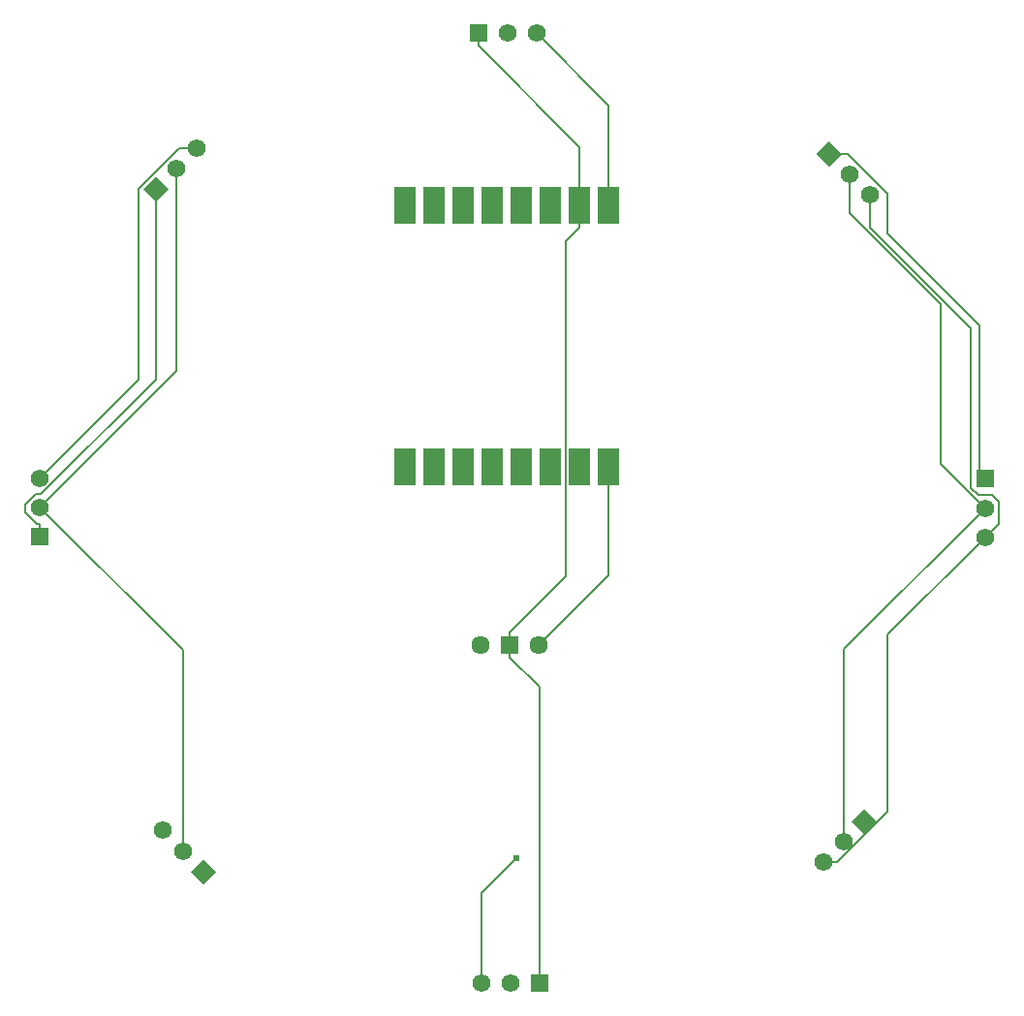
<source format=gbl>
G04 ---------------------------- Layer name :BOTTOM LAYER*
G04 easyEDA 0.1*
G04 Scale: 100 percent, Rotated: No, Reflected: No *
G04 Dimensions in inches *
G04 leading zeros omitted , absolute positions ,2 integer and 4 * 
%FSLAX24Y24*%
%MOIN*%
G90*
G70D02*

%ADD11C,0.008000*%
%ADD12C,0.024016*%
%ADD13R,0.072000X0.129600*%
%ADD14C,0.063500*%
%ADD16R,0.063500X0.063500*%
%ADD17C,0.062000*%
%ADD19R,0.062000X0.062000*%

%LPD*%
G54D11*
G01X28500Y5486D02*
G01X28967Y5486D01*
G01X30719Y7239D01*
G01X30719Y13324D01*
G01X34067Y16671D01*
G01X16727Y1334D02*
G01X16727Y4423D01*
G01X17944Y5640D01*
G01X1550Y18700D02*
G01X4944Y22094D01*
G01X4944Y28651D01*
G01X6350Y30055D01*
G01X6956Y30055D01*
G01X18627Y34011D02*
G01X21118Y31519D01*
G01X21118Y28078D01*
G01X28696Y29859D02*
G01X29347Y29859D01*
G01X30702Y28503D01*
G01X30702Y27137D01*
G01X33869Y23971D01*
G01X33869Y18676D01*
G01X34075Y18676D01*
G01X20118Y28078D02*
G01X20118Y27321D01*
G01X17707Y12963D02*
G01X17707Y13390D01*
G01X17707Y13390D02*
G01X19648Y15332D01*
G01X19648Y26850D01*
G01X20118Y27321D01*
G01X17707Y12750D02*
G01X17707Y12963D01*
G01X17707Y12750D02*
G01X17707Y12536D01*
G01X1550Y16700D02*
G01X1550Y17119D01*
G01X1550Y17119D02*
G01X1444Y17119D01*
G01X1055Y17509D01*
G01X1055Y17800D01*
G01X1402Y18146D01*
G01X1590Y18146D01*
G01X5542Y22096D01*
G01X5542Y28642D01*
G01X16627Y34011D02*
G01X16627Y33590D01*
G01X16627Y33590D02*
G01X20118Y30100D01*
G01X20118Y28078D01*
G01X17707Y12536D02*
G01X18727Y11515D01*
G01X18727Y1334D01*
G01X18707Y12963D02*
G01X21118Y15373D01*
G01X21118Y19078D01*
G01X34067Y17671D02*
G01X32535Y19203D01*
G01X32535Y24684D01*
G01X29402Y27817D01*
G01X29402Y29151D01*
G01X29206Y6194D02*
G01X29206Y12811D01*
G01X34067Y17671D01*
G01X6472Y5873D02*
G01X6472Y12776D01*
G01X1550Y17700D01*
G01X1550Y17700D02*
G01X6248Y22398D01*
G01X6248Y29348D01*
G01X34067Y16671D02*
G01X34532Y17138D01*
G01X34532Y17880D01*
G01X34293Y18121D01*
G01X33834Y18121D01*
G01X33584Y18369D01*
G01X33584Y23848D01*
G01X30110Y27321D01*
G01X30110Y28444D01*
G54D13*
G01X14118Y19078D03*
G01X21118Y28078D03*
G01X20118Y28078D03*
G01X19118Y28078D03*
G01X18118Y28078D03*
G01X17118Y28078D03*
G01X16118Y28078D03*
G01X15118Y28078D03*
G01X14118Y28078D03*
G01X21118Y19078D03*
G01X20118Y19078D03*
G01X19118Y19078D03*
G01X18118Y19078D03*
G01X17118Y19078D03*
G01X16118Y19078D03*
G01X15118Y19078D03*
G54D14*
G01X16707Y12963D03*
G54D16*
G01X17707Y12963D03*
G54D14*
G01X18707Y12963D03*
G54D17*
G01X28500Y5486D03*
G01X29206Y6194D03*
G36*
G01X30351Y6901D02*
G01X29913Y6462D01*
G01X29474Y6901D01*
G01X29913Y7339D01*
G01X30351Y6901D01*
G37*
G01X16727Y1334D03*
G01X17727Y1334D03*
G54D19*
G01X18727Y1334D03*
G54D17*
G01X5765Y6580D03*
G01X6472Y5873D03*
G36*
G01X7180Y4727D02*
G01X6742Y5166D01*
G01X7180Y5604D01*
G01X7618Y5166D01*
G01X7180Y4727D01*
G37*
G01X1550Y18700D03*
G01X1550Y17700D03*
G54D19*
G01X1550Y16700D03*
G54D17*
G01X6956Y30055D03*
G01X6248Y29348D03*
G36*
G01X5103Y28642D02*
G01X5541Y29080D01*
G01X5980Y28642D01*
G01X5541Y28203D01*
G01X5103Y28642D01*
G37*
G01X18627Y34011D03*
G01X17627Y34011D03*
G54D19*
G01X16627Y34011D03*
G54D17*
G01X30110Y28444D03*
G01X29402Y29151D03*
G36*
G01X28696Y30297D02*
G01X29134Y29859D01*
G01X28696Y29421D01*
G01X28257Y29859D01*
G01X28696Y30297D01*
G37*
G01X34067Y16671D03*
G01X34067Y17671D03*
G54D19*
G01X34075Y18676D03*
G54D12*
G01X17944Y5640D03*
G54D13*
G01X14118Y19078D03*
G01X21118Y28078D03*
G01X20118Y28078D03*
G01X19118Y28078D03*
G01X18118Y28078D03*
G01X17118Y28078D03*
G01X16118Y28078D03*
G01X15118Y28078D03*
G01X14118Y28078D03*
G01X21118Y19078D03*
G01X20118Y19078D03*
G01X19118Y19078D03*
G01X18118Y19078D03*
G01X17118Y19078D03*
G01X16118Y19078D03*
G01X15118Y19078D03*
G54D14*
G01X16707Y12963D03*
G54D16*
G01X17707Y12963D03*
G54D14*
G01X18707Y12963D03*
G54D17*
G01X28500Y5486D03*
G01X29206Y6194D03*
G36*
G01X30351Y6901D02*
G01X29913Y6462D01*
G01X29474Y6901D01*
G01X29913Y7339D01*
G01X30351Y6901D01*
G37*
G01X16727Y1334D03*
G01X17727Y1334D03*
G54D19*
G01X18727Y1334D03*
G54D17*
G01X5765Y6580D03*
G01X6472Y5873D03*
G36*
G01X7180Y4727D02*
G01X6742Y5166D01*
G01X7180Y5604D01*
G01X7618Y5166D01*
G01X7180Y4727D01*
G37*
G01X1550Y18700D03*
G01X1550Y17700D03*
G54D19*
G01X1550Y16700D03*
G54D17*
G01X6956Y30055D03*
G01X6248Y29348D03*
G36*
G01X5103Y28642D02*
G01X5541Y29080D01*
G01X5980Y28642D01*
G01X5541Y28203D01*
G01X5103Y28642D01*
G37*
G01X18627Y34011D03*
G01X17627Y34011D03*
G54D19*
G01X16627Y34011D03*
G54D17*
G01X30110Y28444D03*
G01X29402Y29151D03*
G36*
G01X28696Y30297D02*
G01X29134Y29859D01*
G01X28696Y29421D01*
G01X28257Y29859D01*
G01X28696Y30297D01*
G37*
G01X34067Y16671D03*
G01X34067Y17671D03*
G54D19*
G01X34075Y18676D03*

M00*
M02*
</source>
